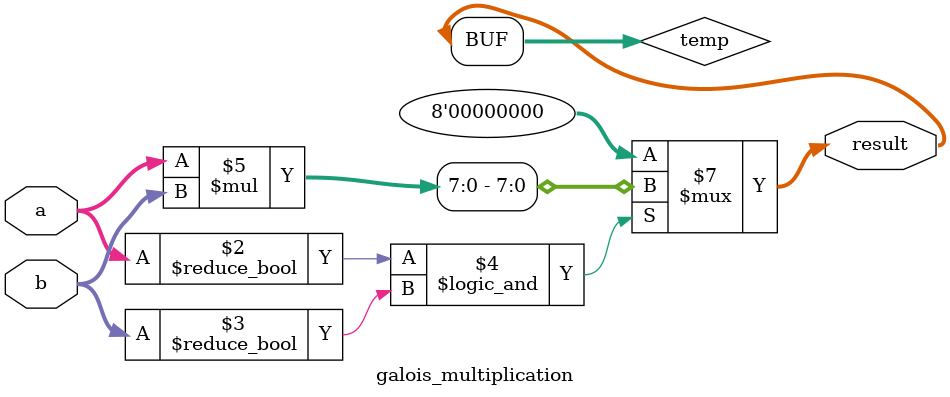
<source format=v>
module galois_multiplication(
    input [7:0] a,     
    input [7:0] b,     
    output [7:0] result 
);

    reg [15:0] product;  
    reg [7:0] temp;     

    always @(*) begin
        product = 0;
        temp = 0;

        // Galois Field multiplication for AES
        // Perform multiplication by 2
        
        if (a != 0 && b != 0) begin
            product = a * b;  
            temp = product[7:0]; 
        end
    end

    assign result = temp;  

endmodule

</source>
